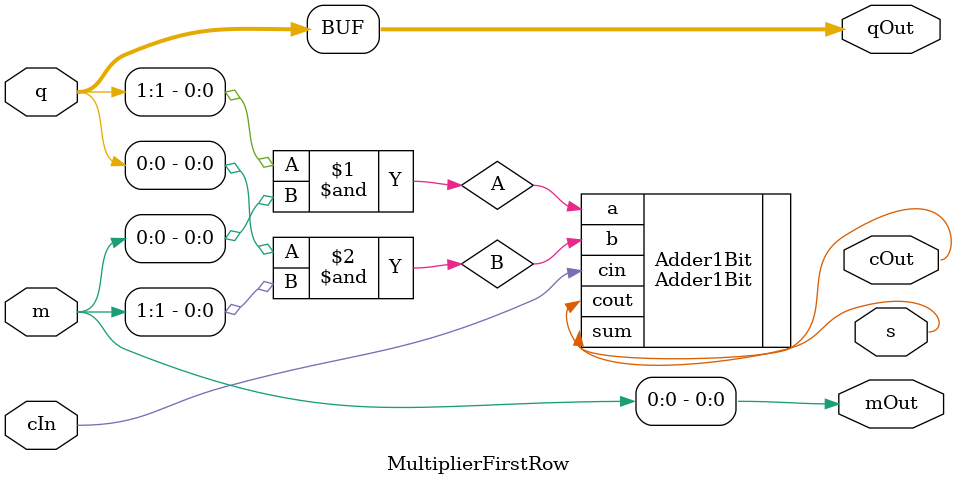
<source format=v>
/*
 * Multiplier 2 x 3 - FirstRow
 * ----------------------------
 * By: Varun Gonsalves
 * For: University of Leeds
 * Date: 20/02/2023
 *
 * Description
 * ------------
 * This module is for the Multiplier 2 x 3. It is responsible for
 * Carrying out the operations on the first row. 
 *
 */
 
module MultiplierFirstRow (
    input  [1:0] m,
    input  [1:0] q,
    input        cIn,
    
    output [1:0] qOut,
    output       cOut,
    output       mOut,
    output       s
);

//Wires create to carry the ouput from the AND Gates that can be fed into the 1 bit adder
wire A;
wire B;

//Assign Mout and Qout
assign mOut = m[0];

assign qOut = q;

//Connecting up the Adder1bit connections from this module. This will 
// give back the Sum
Adder1Bit Adder1Bit(
	.a(A),
	.b(B),
	.cin(cIn),
	.cout(cOut),
	.sum(s)	

);

//AND Gates that are part of the design 
and(A, q[1], m[0]);
and(B, q[0], m[1]);

endmodule

</source>
